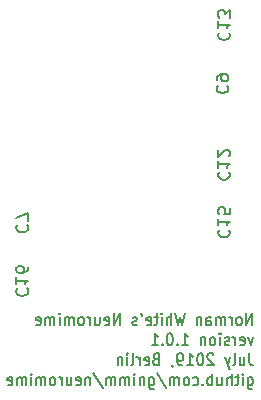
<source format=gbr>
G04 #@! TF.GenerationSoftware,KiCad,Pcbnew,5.0.2-bee76a0~70~ubuntu18.04.1*
G04 #@! TF.CreationDate,2019-07-08T10:40:53+02:00*
G04 #@! TF.ProjectId,neuromime_1.0.1,6e657572-6f6d-4696-9d65-5f312e302e31,rev?*
G04 #@! TF.SameCoordinates,Original*
G04 #@! TF.FileFunction,Legend,Bot*
G04 #@! TF.FilePolarity,Positive*
%FSLAX46Y46*%
G04 Gerber Fmt 4.6, Leading zero omitted, Abs format (unit mm)*
G04 Created by KiCad (PCBNEW 5.0.2-bee76a0~70~ubuntu18.04.1) date Mon 08 Jul 2019 10:40:53 AM CEST*
%MOMM*%
%LPD*%
G01*
G04 APERTURE LIST*
%ADD10C,0.200000*%
G04 APERTURE END LIST*
D10*
X165022714Y-66952380D02*
X165022714Y-65952380D01*
X164508428Y-66952380D01*
X164508428Y-65952380D01*
X163951285Y-66952380D02*
X164037000Y-66904761D01*
X164079857Y-66857142D01*
X164122714Y-66761904D01*
X164122714Y-66476190D01*
X164079857Y-66380952D01*
X164037000Y-66333333D01*
X163951285Y-66285714D01*
X163822714Y-66285714D01*
X163737000Y-66333333D01*
X163694142Y-66380952D01*
X163651285Y-66476190D01*
X163651285Y-66761904D01*
X163694142Y-66857142D01*
X163737000Y-66904761D01*
X163822714Y-66952380D01*
X163951285Y-66952380D01*
X163265571Y-66952380D02*
X163265571Y-66285714D01*
X163265571Y-66476190D02*
X163222714Y-66380952D01*
X163179857Y-66333333D01*
X163094142Y-66285714D01*
X163008428Y-66285714D01*
X162708428Y-66952380D02*
X162708428Y-66285714D01*
X162708428Y-66380952D02*
X162665571Y-66333333D01*
X162579857Y-66285714D01*
X162451285Y-66285714D01*
X162365571Y-66333333D01*
X162322714Y-66428571D01*
X162322714Y-66952380D01*
X162322714Y-66428571D02*
X162279857Y-66333333D01*
X162194142Y-66285714D01*
X162065571Y-66285714D01*
X161979857Y-66333333D01*
X161937000Y-66428571D01*
X161937000Y-66952380D01*
X161122714Y-66952380D02*
X161122714Y-66428571D01*
X161165571Y-66333333D01*
X161251285Y-66285714D01*
X161422714Y-66285714D01*
X161508428Y-66333333D01*
X161122714Y-66904761D02*
X161208428Y-66952380D01*
X161422714Y-66952380D01*
X161508428Y-66904761D01*
X161551285Y-66809523D01*
X161551285Y-66714285D01*
X161508428Y-66619047D01*
X161422714Y-66571428D01*
X161208428Y-66571428D01*
X161122714Y-66523809D01*
X160694142Y-66285714D02*
X160694142Y-66952380D01*
X160694142Y-66380952D02*
X160651285Y-66333333D01*
X160565571Y-66285714D01*
X160437000Y-66285714D01*
X160351285Y-66333333D01*
X160308428Y-66428571D01*
X160308428Y-66952380D01*
X159279857Y-65952380D02*
X159065571Y-66952380D01*
X158894142Y-66238095D01*
X158722714Y-66952380D01*
X158508428Y-65952380D01*
X158165571Y-66952380D02*
X158165571Y-65952380D01*
X157779857Y-66952380D02*
X157779857Y-66428571D01*
X157822714Y-66333333D01*
X157908428Y-66285714D01*
X158037000Y-66285714D01*
X158122714Y-66333333D01*
X158165571Y-66380952D01*
X157351285Y-66952380D02*
X157351285Y-66285714D01*
X157351285Y-65952380D02*
X157394142Y-66000000D01*
X157351285Y-66047619D01*
X157308428Y-66000000D01*
X157351285Y-65952380D01*
X157351285Y-66047619D01*
X157051285Y-66285714D02*
X156708428Y-66285714D01*
X156922714Y-65952380D02*
X156922714Y-66809523D01*
X156879857Y-66904761D01*
X156794142Y-66952380D01*
X156708428Y-66952380D01*
X156065571Y-66904761D02*
X156151285Y-66952380D01*
X156322714Y-66952380D01*
X156408428Y-66904761D01*
X156451285Y-66809523D01*
X156451285Y-66428571D01*
X156408428Y-66333333D01*
X156322714Y-66285714D01*
X156151285Y-66285714D01*
X156065571Y-66333333D01*
X156022714Y-66428571D01*
X156022714Y-66523809D01*
X156451285Y-66619047D01*
X155594142Y-65952380D02*
X155679857Y-66142857D01*
X155251285Y-66904761D02*
X155165571Y-66952380D01*
X154994142Y-66952380D01*
X154908428Y-66904761D01*
X154865571Y-66809523D01*
X154865571Y-66761904D01*
X154908428Y-66666666D01*
X154994142Y-66619047D01*
X155122714Y-66619047D01*
X155208428Y-66571428D01*
X155251285Y-66476190D01*
X155251285Y-66428571D01*
X155208428Y-66333333D01*
X155122714Y-66285714D01*
X154994142Y-66285714D01*
X154908428Y-66333333D01*
X153794142Y-66952380D02*
X153794142Y-65952380D01*
X153279857Y-66952380D01*
X153279857Y-65952380D01*
X152508428Y-66904761D02*
X152594142Y-66952380D01*
X152765571Y-66952380D01*
X152851285Y-66904761D01*
X152894142Y-66809523D01*
X152894142Y-66428571D01*
X152851285Y-66333333D01*
X152765571Y-66285714D01*
X152594142Y-66285714D01*
X152508428Y-66333333D01*
X152465571Y-66428571D01*
X152465571Y-66523809D01*
X152894142Y-66619047D01*
X151694142Y-66285714D02*
X151694142Y-66952380D01*
X152079857Y-66285714D02*
X152079857Y-66809523D01*
X152037000Y-66904761D01*
X151951285Y-66952380D01*
X151822714Y-66952380D01*
X151737000Y-66904761D01*
X151694142Y-66857142D01*
X151265571Y-66952380D02*
X151265571Y-66285714D01*
X151265571Y-66476190D02*
X151222714Y-66380952D01*
X151179857Y-66333333D01*
X151094142Y-66285714D01*
X151008428Y-66285714D01*
X150579857Y-66952380D02*
X150665571Y-66904761D01*
X150708428Y-66857142D01*
X150751285Y-66761904D01*
X150751285Y-66476190D01*
X150708428Y-66380952D01*
X150665571Y-66333333D01*
X150579857Y-66285714D01*
X150451285Y-66285714D01*
X150365571Y-66333333D01*
X150322714Y-66380952D01*
X150279857Y-66476190D01*
X150279857Y-66761904D01*
X150322714Y-66857142D01*
X150365571Y-66904761D01*
X150451285Y-66952380D01*
X150579857Y-66952380D01*
X149894142Y-66952380D02*
X149894142Y-66285714D01*
X149894142Y-66380952D02*
X149851285Y-66333333D01*
X149765571Y-66285714D01*
X149637000Y-66285714D01*
X149551285Y-66333333D01*
X149508428Y-66428571D01*
X149508428Y-66952380D01*
X149508428Y-66428571D02*
X149465571Y-66333333D01*
X149379857Y-66285714D01*
X149251285Y-66285714D01*
X149165571Y-66333333D01*
X149122714Y-66428571D01*
X149122714Y-66952380D01*
X148694142Y-66952380D02*
X148694142Y-66285714D01*
X148694142Y-65952380D02*
X148737000Y-66000000D01*
X148694142Y-66047619D01*
X148651285Y-66000000D01*
X148694142Y-65952380D01*
X148694142Y-66047619D01*
X148265571Y-66952380D02*
X148265571Y-66285714D01*
X148265571Y-66380952D02*
X148222714Y-66333333D01*
X148137000Y-66285714D01*
X148008428Y-66285714D01*
X147922714Y-66333333D01*
X147879857Y-66428571D01*
X147879857Y-66952380D01*
X147879857Y-66428571D02*
X147837000Y-66333333D01*
X147751285Y-66285714D01*
X147622714Y-66285714D01*
X147537000Y-66333333D01*
X147494142Y-66428571D01*
X147494142Y-66952380D01*
X146722714Y-66904761D02*
X146808428Y-66952380D01*
X146979857Y-66952380D01*
X147065571Y-66904761D01*
X147108428Y-66809523D01*
X147108428Y-66428571D01*
X147065571Y-66333333D01*
X146979857Y-66285714D01*
X146808428Y-66285714D01*
X146722714Y-66333333D01*
X146679857Y-66428571D01*
X146679857Y-66523809D01*
X147108428Y-66619047D01*
X165108428Y-67985714D02*
X164894142Y-68652380D01*
X164679857Y-67985714D01*
X163994142Y-68604761D02*
X164079857Y-68652380D01*
X164251285Y-68652380D01*
X164337000Y-68604761D01*
X164379857Y-68509523D01*
X164379857Y-68128571D01*
X164337000Y-68033333D01*
X164251285Y-67985714D01*
X164079857Y-67985714D01*
X163994142Y-68033333D01*
X163951285Y-68128571D01*
X163951285Y-68223809D01*
X164379857Y-68319047D01*
X163565571Y-68652380D02*
X163565571Y-67985714D01*
X163565571Y-68176190D02*
X163522714Y-68080952D01*
X163479857Y-68033333D01*
X163394142Y-67985714D01*
X163308428Y-67985714D01*
X163051285Y-68604761D02*
X162965571Y-68652380D01*
X162794142Y-68652380D01*
X162708428Y-68604761D01*
X162665571Y-68509523D01*
X162665571Y-68461904D01*
X162708428Y-68366666D01*
X162794142Y-68319047D01*
X162922714Y-68319047D01*
X163008428Y-68271428D01*
X163051285Y-68176190D01*
X163051285Y-68128571D01*
X163008428Y-68033333D01*
X162922714Y-67985714D01*
X162794142Y-67985714D01*
X162708428Y-68033333D01*
X162279857Y-68652380D02*
X162279857Y-67985714D01*
X162279857Y-67652380D02*
X162322714Y-67700000D01*
X162279857Y-67747619D01*
X162237000Y-67700000D01*
X162279857Y-67652380D01*
X162279857Y-67747619D01*
X161722714Y-68652380D02*
X161808428Y-68604761D01*
X161851285Y-68557142D01*
X161894142Y-68461904D01*
X161894142Y-68176190D01*
X161851285Y-68080952D01*
X161808428Y-68033333D01*
X161722714Y-67985714D01*
X161594142Y-67985714D01*
X161508428Y-68033333D01*
X161465571Y-68080952D01*
X161422714Y-68176190D01*
X161422714Y-68461904D01*
X161465571Y-68557142D01*
X161508428Y-68604761D01*
X161594142Y-68652380D01*
X161722714Y-68652380D01*
X161037000Y-67985714D02*
X161037000Y-68652380D01*
X161037000Y-68080952D02*
X160994142Y-68033333D01*
X160908428Y-67985714D01*
X160779857Y-67985714D01*
X160694142Y-68033333D01*
X160651285Y-68128571D01*
X160651285Y-68652380D01*
X159065571Y-68652380D02*
X159579857Y-68652380D01*
X159322714Y-68652380D02*
X159322714Y-67652380D01*
X159408428Y-67795238D01*
X159494142Y-67890476D01*
X159579857Y-67938095D01*
X158679857Y-68557142D02*
X158637000Y-68604761D01*
X158679857Y-68652380D01*
X158722714Y-68604761D01*
X158679857Y-68557142D01*
X158679857Y-68652380D01*
X158079857Y-67652380D02*
X157994142Y-67652380D01*
X157908428Y-67700000D01*
X157865571Y-67747619D01*
X157822714Y-67842857D01*
X157779857Y-68033333D01*
X157779857Y-68271428D01*
X157822714Y-68461904D01*
X157865571Y-68557142D01*
X157908428Y-68604761D01*
X157994142Y-68652380D01*
X158079857Y-68652380D01*
X158165571Y-68604761D01*
X158208428Y-68557142D01*
X158251285Y-68461904D01*
X158294142Y-68271428D01*
X158294142Y-68033333D01*
X158251285Y-67842857D01*
X158208428Y-67747619D01*
X158165571Y-67700000D01*
X158079857Y-67652380D01*
X157394142Y-68557142D02*
X157351285Y-68604761D01*
X157394142Y-68652380D01*
X157437000Y-68604761D01*
X157394142Y-68557142D01*
X157394142Y-68652380D01*
X156494142Y-68652380D02*
X157008428Y-68652380D01*
X156751285Y-68652380D02*
X156751285Y-67652380D01*
X156837000Y-67795238D01*
X156922714Y-67890476D01*
X157008428Y-67938095D01*
X164765571Y-69352380D02*
X164765571Y-70066666D01*
X164808428Y-70209523D01*
X164894142Y-70304761D01*
X165022714Y-70352380D01*
X165108428Y-70352380D01*
X163951285Y-69685714D02*
X163951285Y-70352380D01*
X164337000Y-69685714D02*
X164337000Y-70209523D01*
X164294142Y-70304761D01*
X164208428Y-70352380D01*
X164079857Y-70352380D01*
X163994142Y-70304761D01*
X163951285Y-70257142D01*
X163394142Y-70352380D02*
X163479857Y-70304761D01*
X163522714Y-70209523D01*
X163522714Y-69352380D01*
X163137000Y-69685714D02*
X162922714Y-70352380D01*
X162708428Y-69685714D02*
X162922714Y-70352380D01*
X163008428Y-70590476D01*
X163051285Y-70638095D01*
X163137000Y-70685714D01*
X161722714Y-69447619D02*
X161679857Y-69400000D01*
X161594142Y-69352380D01*
X161379857Y-69352380D01*
X161294142Y-69400000D01*
X161251285Y-69447619D01*
X161208428Y-69542857D01*
X161208428Y-69638095D01*
X161251285Y-69780952D01*
X161765571Y-70352380D01*
X161208428Y-70352380D01*
X160651285Y-69352380D02*
X160565571Y-69352380D01*
X160479857Y-69400000D01*
X160437000Y-69447619D01*
X160394142Y-69542857D01*
X160351285Y-69733333D01*
X160351285Y-69971428D01*
X160394142Y-70161904D01*
X160437000Y-70257142D01*
X160479857Y-70304761D01*
X160565571Y-70352380D01*
X160651285Y-70352380D01*
X160737000Y-70304761D01*
X160779857Y-70257142D01*
X160822714Y-70161904D01*
X160865571Y-69971428D01*
X160865571Y-69733333D01*
X160822714Y-69542857D01*
X160779857Y-69447619D01*
X160737000Y-69400000D01*
X160651285Y-69352380D01*
X159494142Y-70352380D02*
X160008428Y-70352380D01*
X159751285Y-70352380D02*
X159751285Y-69352380D01*
X159837000Y-69495238D01*
X159922714Y-69590476D01*
X160008428Y-69638095D01*
X159065571Y-70352380D02*
X158894142Y-70352380D01*
X158808428Y-70304761D01*
X158765571Y-70257142D01*
X158679857Y-70114285D01*
X158637000Y-69923809D01*
X158637000Y-69542857D01*
X158679857Y-69447619D01*
X158722714Y-69400000D01*
X158808428Y-69352380D01*
X158979857Y-69352380D01*
X159065571Y-69400000D01*
X159108428Y-69447619D01*
X159151285Y-69542857D01*
X159151285Y-69780952D01*
X159108428Y-69876190D01*
X159065571Y-69923809D01*
X158979857Y-69971428D01*
X158808428Y-69971428D01*
X158722714Y-69923809D01*
X158679857Y-69876190D01*
X158637000Y-69780952D01*
X158208428Y-70304761D02*
X158208428Y-70352380D01*
X158251285Y-70447619D01*
X158294142Y-70495238D01*
X156837000Y-69828571D02*
X156708428Y-69876190D01*
X156665571Y-69923809D01*
X156622714Y-70019047D01*
X156622714Y-70161904D01*
X156665571Y-70257142D01*
X156708428Y-70304761D01*
X156794142Y-70352380D01*
X157137000Y-70352380D01*
X157137000Y-69352380D01*
X156837000Y-69352380D01*
X156751285Y-69400000D01*
X156708428Y-69447619D01*
X156665571Y-69542857D01*
X156665571Y-69638095D01*
X156708428Y-69733333D01*
X156751285Y-69780952D01*
X156837000Y-69828571D01*
X157137000Y-69828571D01*
X155894142Y-70304761D02*
X155979857Y-70352380D01*
X156151285Y-70352380D01*
X156237000Y-70304761D01*
X156279857Y-70209523D01*
X156279857Y-69828571D01*
X156237000Y-69733333D01*
X156151285Y-69685714D01*
X155979857Y-69685714D01*
X155894142Y-69733333D01*
X155851285Y-69828571D01*
X155851285Y-69923809D01*
X156279857Y-70019047D01*
X155465571Y-70352380D02*
X155465571Y-69685714D01*
X155465571Y-69876190D02*
X155422714Y-69780952D01*
X155379857Y-69733333D01*
X155294142Y-69685714D01*
X155208428Y-69685714D01*
X154779857Y-70352380D02*
X154865571Y-70304761D01*
X154908428Y-70209523D01*
X154908428Y-69352380D01*
X154437000Y-70352380D02*
X154437000Y-69685714D01*
X154437000Y-69352380D02*
X154479857Y-69400000D01*
X154437000Y-69447619D01*
X154394142Y-69400000D01*
X154437000Y-69352380D01*
X154437000Y-69447619D01*
X154008428Y-69685714D02*
X154008428Y-70352380D01*
X154008428Y-69780952D02*
X153965571Y-69733333D01*
X153879857Y-69685714D01*
X153751285Y-69685714D01*
X153665571Y-69733333D01*
X153622714Y-69828571D01*
X153622714Y-70352380D01*
X164637000Y-71385714D02*
X164637000Y-72195238D01*
X164679857Y-72290476D01*
X164722714Y-72338095D01*
X164808428Y-72385714D01*
X164937000Y-72385714D01*
X165022714Y-72338095D01*
X164637000Y-72004761D02*
X164722714Y-72052380D01*
X164894142Y-72052380D01*
X164979857Y-72004761D01*
X165022714Y-71957142D01*
X165065571Y-71861904D01*
X165065571Y-71576190D01*
X165022714Y-71480952D01*
X164979857Y-71433333D01*
X164894142Y-71385714D01*
X164722714Y-71385714D01*
X164637000Y-71433333D01*
X164208428Y-72052380D02*
X164208428Y-71385714D01*
X164208428Y-71052380D02*
X164251285Y-71100000D01*
X164208428Y-71147619D01*
X164165571Y-71100000D01*
X164208428Y-71052380D01*
X164208428Y-71147619D01*
X163908428Y-71385714D02*
X163565571Y-71385714D01*
X163779857Y-71052380D02*
X163779857Y-71909523D01*
X163737000Y-72004761D01*
X163651285Y-72052380D01*
X163565571Y-72052380D01*
X163265571Y-72052380D02*
X163265571Y-71052380D01*
X162879857Y-72052380D02*
X162879857Y-71528571D01*
X162922714Y-71433333D01*
X163008428Y-71385714D01*
X163137000Y-71385714D01*
X163222714Y-71433333D01*
X163265571Y-71480952D01*
X162065571Y-71385714D02*
X162065571Y-72052380D01*
X162451285Y-71385714D02*
X162451285Y-71909523D01*
X162408428Y-72004761D01*
X162322714Y-72052380D01*
X162194142Y-72052380D01*
X162108428Y-72004761D01*
X162065571Y-71957142D01*
X161637000Y-72052380D02*
X161637000Y-71052380D01*
X161637000Y-71433333D02*
X161551285Y-71385714D01*
X161379857Y-71385714D01*
X161294142Y-71433333D01*
X161251285Y-71480952D01*
X161208428Y-71576190D01*
X161208428Y-71861904D01*
X161251285Y-71957142D01*
X161294142Y-72004761D01*
X161379857Y-72052380D01*
X161551285Y-72052380D01*
X161637000Y-72004761D01*
X160822714Y-71957142D02*
X160779857Y-72004761D01*
X160822714Y-72052380D01*
X160865571Y-72004761D01*
X160822714Y-71957142D01*
X160822714Y-72052380D01*
X160008428Y-72004761D02*
X160094142Y-72052380D01*
X160265571Y-72052380D01*
X160351285Y-72004761D01*
X160394142Y-71957142D01*
X160437000Y-71861904D01*
X160437000Y-71576190D01*
X160394142Y-71480952D01*
X160351285Y-71433333D01*
X160265571Y-71385714D01*
X160094142Y-71385714D01*
X160008428Y-71433333D01*
X159494142Y-72052380D02*
X159579857Y-72004761D01*
X159622714Y-71957142D01*
X159665571Y-71861904D01*
X159665571Y-71576190D01*
X159622714Y-71480952D01*
X159579857Y-71433333D01*
X159494142Y-71385714D01*
X159365571Y-71385714D01*
X159279857Y-71433333D01*
X159237000Y-71480952D01*
X159194142Y-71576190D01*
X159194142Y-71861904D01*
X159237000Y-71957142D01*
X159279857Y-72004761D01*
X159365571Y-72052380D01*
X159494142Y-72052380D01*
X158808428Y-72052380D02*
X158808428Y-71385714D01*
X158808428Y-71480952D02*
X158765571Y-71433333D01*
X158679857Y-71385714D01*
X158551285Y-71385714D01*
X158465571Y-71433333D01*
X158422714Y-71528571D01*
X158422714Y-72052380D01*
X158422714Y-71528571D02*
X158379857Y-71433333D01*
X158294142Y-71385714D01*
X158165571Y-71385714D01*
X158079857Y-71433333D01*
X158037000Y-71528571D01*
X158037000Y-72052380D01*
X156965571Y-71004761D02*
X157737000Y-72290476D01*
X156279857Y-71385714D02*
X156279857Y-72195238D01*
X156322714Y-72290476D01*
X156365571Y-72338095D01*
X156451285Y-72385714D01*
X156579857Y-72385714D01*
X156665571Y-72338095D01*
X156279857Y-72004761D02*
X156365571Y-72052380D01*
X156537000Y-72052380D01*
X156622714Y-72004761D01*
X156665571Y-71957142D01*
X156708428Y-71861904D01*
X156708428Y-71576190D01*
X156665571Y-71480952D01*
X156622714Y-71433333D01*
X156537000Y-71385714D01*
X156365571Y-71385714D01*
X156279857Y-71433333D01*
X155851285Y-71385714D02*
X155851285Y-72052380D01*
X155851285Y-71480952D02*
X155808428Y-71433333D01*
X155722714Y-71385714D01*
X155594142Y-71385714D01*
X155508428Y-71433333D01*
X155465571Y-71528571D01*
X155465571Y-72052380D01*
X155037000Y-72052380D02*
X155037000Y-71385714D01*
X155037000Y-71052380D02*
X155079857Y-71100000D01*
X155037000Y-71147619D01*
X154994142Y-71100000D01*
X155037000Y-71052380D01*
X155037000Y-71147619D01*
X154608428Y-72052380D02*
X154608428Y-71385714D01*
X154608428Y-71480952D02*
X154565571Y-71433333D01*
X154479857Y-71385714D01*
X154351285Y-71385714D01*
X154265571Y-71433333D01*
X154222714Y-71528571D01*
X154222714Y-72052380D01*
X154222714Y-71528571D02*
X154179857Y-71433333D01*
X154094142Y-71385714D01*
X153965571Y-71385714D01*
X153879857Y-71433333D01*
X153837000Y-71528571D01*
X153837000Y-72052380D01*
X153408428Y-72052380D02*
X153408428Y-71385714D01*
X153408428Y-71480952D02*
X153365571Y-71433333D01*
X153279857Y-71385714D01*
X153151285Y-71385714D01*
X153065571Y-71433333D01*
X153022714Y-71528571D01*
X153022714Y-72052380D01*
X153022714Y-71528571D02*
X152979857Y-71433333D01*
X152894142Y-71385714D01*
X152765571Y-71385714D01*
X152679857Y-71433333D01*
X152637000Y-71528571D01*
X152637000Y-72052380D01*
X151565571Y-71004761D02*
X152337000Y-72290476D01*
X151265571Y-71385714D02*
X151265571Y-72052380D01*
X151265571Y-71480952D02*
X151222714Y-71433333D01*
X151137000Y-71385714D01*
X151008428Y-71385714D01*
X150922714Y-71433333D01*
X150879857Y-71528571D01*
X150879857Y-72052380D01*
X150108428Y-72004761D02*
X150194142Y-72052380D01*
X150365571Y-72052380D01*
X150451285Y-72004761D01*
X150494142Y-71909523D01*
X150494142Y-71528571D01*
X150451285Y-71433333D01*
X150365571Y-71385714D01*
X150194142Y-71385714D01*
X150108428Y-71433333D01*
X150065571Y-71528571D01*
X150065571Y-71623809D01*
X150494142Y-71719047D01*
X149294142Y-71385714D02*
X149294142Y-72052380D01*
X149679857Y-71385714D02*
X149679857Y-71909523D01*
X149637000Y-72004761D01*
X149551285Y-72052380D01*
X149422714Y-72052380D01*
X149337000Y-72004761D01*
X149294142Y-71957142D01*
X148865571Y-72052380D02*
X148865571Y-71385714D01*
X148865571Y-71576190D02*
X148822714Y-71480952D01*
X148779857Y-71433333D01*
X148694142Y-71385714D01*
X148608428Y-71385714D01*
X148179857Y-72052380D02*
X148265571Y-72004761D01*
X148308428Y-71957142D01*
X148351285Y-71861904D01*
X148351285Y-71576190D01*
X148308428Y-71480952D01*
X148265571Y-71433333D01*
X148179857Y-71385714D01*
X148051285Y-71385714D01*
X147965571Y-71433333D01*
X147922714Y-71480952D01*
X147879857Y-71576190D01*
X147879857Y-71861904D01*
X147922714Y-71957142D01*
X147965571Y-72004761D01*
X148051285Y-72052380D01*
X148179857Y-72052380D01*
X147494142Y-72052380D02*
X147494142Y-71385714D01*
X147494142Y-71480952D02*
X147451285Y-71433333D01*
X147365571Y-71385714D01*
X147237000Y-71385714D01*
X147151285Y-71433333D01*
X147108428Y-71528571D01*
X147108428Y-72052380D01*
X147108428Y-71528571D02*
X147065571Y-71433333D01*
X146979857Y-71385714D01*
X146851285Y-71385714D01*
X146765571Y-71433333D01*
X146722714Y-71528571D01*
X146722714Y-72052380D01*
X146294142Y-72052380D02*
X146294142Y-71385714D01*
X146294142Y-71052380D02*
X146337000Y-71100000D01*
X146294142Y-71147619D01*
X146251285Y-71100000D01*
X146294142Y-71052380D01*
X146294142Y-71147619D01*
X145865571Y-72052380D02*
X145865571Y-71385714D01*
X145865571Y-71480952D02*
X145822714Y-71433333D01*
X145737000Y-71385714D01*
X145608428Y-71385714D01*
X145522714Y-71433333D01*
X145479857Y-71528571D01*
X145479857Y-72052380D01*
X145479857Y-71528571D02*
X145437000Y-71433333D01*
X145351285Y-71385714D01*
X145222714Y-71385714D01*
X145137000Y-71433333D01*
X145094142Y-71528571D01*
X145094142Y-72052380D01*
X144322714Y-72004761D02*
X144408428Y-72052380D01*
X144579857Y-72052380D01*
X144665571Y-72004761D01*
X144708428Y-71909523D01*
X144708428Y-71528571D01*
X144665571Y-71433333D01*
X144579857Y-71385714D01*
X144408428Y-71385714D01*
X144322714Y-71433333D01*
X144279857Y-71528571D01*
X144279857Y-71623809D01*
X144708428Y-71719047D01*
X162215857Y-42197357D02*
X162168238Y-42244976D01*
X162120619Y-42387833D01*
X162120619Y-42483071D01*
X162168238Y-42625928D01*
X162263476Y-42721166D01*
X162358714Y-42768785D01*
X162549190Y-42816404D01*
X162692047Y-42816404D01*
X162882523Y-42768785D01*
X162977761Y-42721166D01*
X163073000Y-42625928D01*
X163120619Y-42483071D01*
X163120619Y-42387833D01*
X163073000Y-42244976D01*
X163025380Y-42197357D01*
X162120619Y-41244976D02*
X162120619Y-41816404D01*
X162120619Y-41530690D02*
X163120619Y-41530690D01*
X162977761Y-41625928D01*
X162882523Y-41721166D01*
X162834904Y-41816404D01*
X163120619Y-40911642D02*
X163120619Y-40292595D01*
X162739666Y-40625928D01*
X162739666Y-40483071D01*
X162692047Y-40387833D01*
X162644428Y-40340214D01*
X162549190Y-40292595D01*
X162311095Y-40292595D01*
X162215857Y-40340214D01*
X162168238Y-40387833D01*
X162120619Y-40483071D01*
X162120619Y-40768785D01*
X162168238Y-40864023D01*
X162215857Y-40911642D01*
X162088857Y-46674166D02*
X162041238Y-46721785D01*
X161993619Y-46864642D01*
X161993619Y-46959880D01*
X162041238Y-47102738D01*
X162136476Y-47197976D01*
X162231714Y-47245595D01*
X162422190Y-47293214D01*
X162565047Y-47293214D01*
X162755523Y-47245595D01*
X162850761Y-47197976D01*
X162946000Y-47102738D01*
X162993619Y-46959880D01*
X162993619Y-46864642D01*
X162946000Y-46721785D01*
X162898380Y-46674166D01*
X161993619Y-46197976D02*
X161993619Y-46007500D01*
X162041238Y-45912261D01*
X162088857Y-45864642D01*
X162231714Y-45769404D01*
X162422190Y-45721785D01*
X162803142Y-45721785D01*
X162898380Y-45769404D01*
X162946000Y-45817023D01*
X162993619Y-45912261D01*
X162993619Y-46102738D01*
X162946000Y-46197976D01*
X162898380Y-46245595D01*
X162803142Y-46293214D01*
X162565047Y-46293214D01*
X162469809Y-46245595D01*
X162422190Y-46197976D01*
X162374571Y-46102738D01*
X162374571Y-45912261D01*
X162422190Y-45817023D01*
X162469809Y-45769404D01*
X162565047Y-45721785D01*
X162215857Y-58897857D02*
X162168238Y-58945476D01*
X162120619Y-59088333D01*
X162120619Y-59183571D01*
X162168238Y-59326428D01*
X162263476Y-59421666D01*
X162358714Y-59469285D01*
X162549190Y-59516904D01*
X162692047Y-59516904D01*
X162882523Y-59469285D01*
X162977761Y-59421666D01*
X163073000Y-59326428D01*
X163120619Y-59183571D01*
X163120619Y-59088333D01*
X163073000Y-58945476D01*
X163025380Y-58897857D01*
X162120619Y-57945476D02*
X162120619Y-58516904D01*
X162120619Y-58231190D02*
X163120619Y-58231190D01*
X162977761Y-58326428D01*
X162882523Y-58421666D01*
X162834904Y-58516904D01*
X163120619Y-57040714D02*
X163120619Y-57516904D01*
X162644428Y-57564523D01*
X162692047Y-57516904D01*
X162739666Y-57421666D01*
X162739666Y-57183571D01*
X162692047Y-57088333D01*
X162644428Y-57040714D01*
X162549190Y-56993095D01*
X162311095Y-56993095D01*
X162215857Y-57040714D01*
X162168238Y-57088333D01*
X162120619Y-57183571D01*
X162120619Y-57421666D01*
X162168238Y-57516904D01*
X162215857Y-57564523D01*
X162215857Y-54008357D02*
X162168238Y-54055976D01*
X162120619Y-54198833D01*
X162120619Y-54294071D01*
X162168238Y-54436928D01*
X162263476Y-54532166D01*
X162358714Y-54579785D01*
X162549190Y-54627404D01*
X162692047Y-54627404D01*
X162882523Y-54579785D01*
X162977761Y-54532166D01*
X163073000Y-54436928D01*
X163120619Y-54294071D01*
X163120619Y-54198833D01*
X163073000Y-54055976D01*
X163025380Y-54008357D01*
X162120619Y-53055976D02*
X162120619Y-53627404D01*
X162120619Y-53341690D02*
X163120619Y-53341690D01*
X162977761Y-53436928D01*
X162882523Y-53532166D01*
X162834904Y-53627404D01*
X163025380Y-52675023D02*
X163073000Y-52627404D01*
X163120619Y-52532166D01*
X163120619Y-52294071D01*
X163073000Y-52198833D01*
X163025380Y-52151214D01*
X162930142Y-52103595D01*
X162834904Y-52103595D01*
X162692047Y-52151214D01*
X162120619Y-52722642D01*
X162120619Y-52103595D01*
X145134357Y-58485166D02*
X145086738Y-58532785D01*
X145039119Y-58675642D01*
X145039119Y-58770880D01*
X145086738Y-58913738D01*
X145181976Y-59008976D01*
X145277214Y-59056595D01*
X145467690Y-59104214D01*
X145610547Y-59104214D01*
X145801023Y-59056595D01*
X145896261Y-59008976D01*
X145991500Y-58913738D01*
X146039119Y-58770880D01*
X146039119Y-58675642D01*
X145991500Y-58532785D01*
X145943880Y-58485166D01*
X146039119Y-58151833D02*
X146039119Y-57485166D01*
X145039119Y-57913738D01*
X145134357Y-63850857D02*
X145086738Y-63898476D01*
X145039119Y-64041333D01*
X145039119Y-64136571D01*
X145086738Y-64279428D01*
X145181976Y-64374666D01*
X145277214Y-64422285D01*
X145467690Y-64469904D01*
X145610547Y-64469904D01*
X145801023Y-64422285D01*
X145896261Y-64374666D01*
X145991500Y-64279428D01*
X146039119Y-64136571D01*
X146039119Y-64041333D01*
X145991500Y-63898476D01*
X145943880Y-63850857D01*
X145039119Y-62898476D02*
X145039119Y-63469904D01*
X145039119Y-63184190D02*
X146039119Y-63184190D01*
X145896261Y-63279428D01*
X145801023Y-63374666D01*
X145753404Y-63469904D01*
X146039119Y-62041333D02*
X146039119Y-62231809D01*
X145991500Y-62327047D01*
X145943880Y-62374666D01*
X145801023Y-62469904D01*
X145610547Y-62517523D01*
X145229595Y-62517523D01*
X145134357Y-62469904D01*
X145086738Y-62422285D01*
X145039119Y-62327047D01*
X145039119Y-62136571D01*
X145086738Y-62041333D01*
X145134357Y-61993714D01*
X145229595Y-61946095D01*
X145467690Y-61946095D01*
X145562928Y-61993714D01*
X145610547Y-62041333D01*
X145658166Y-62136571D01*
X145658166Y-62327047D01*
X145610547Y-62422285D01*
X145562928Y-62469904D01*
X145467690Y-62517523D01*
M02*

</source>
